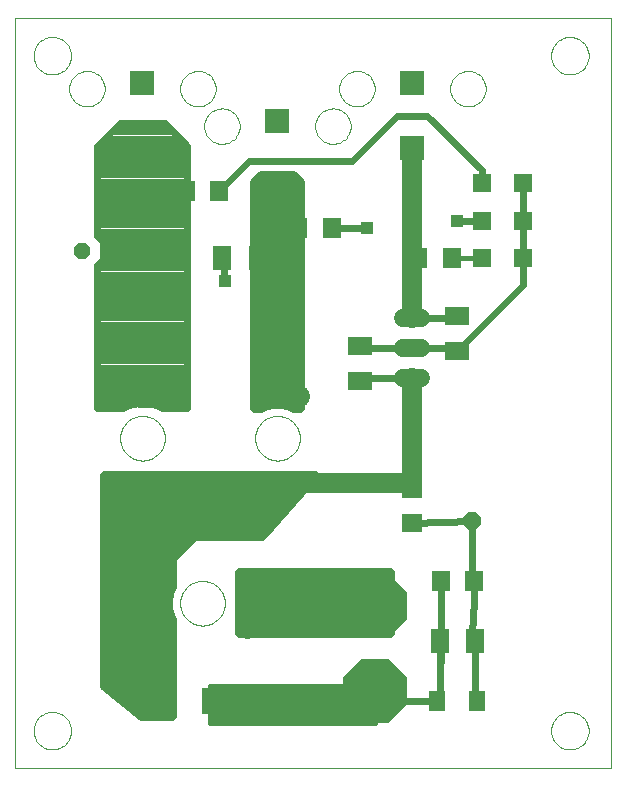
<source format=gtl>
G75*
%MOIN*%
%OFA0B0*%
%FSLAX24Y24*%
%IPPOS*%
%LPD*%
%AMOC8*
5,1,8,0,0,1.08239X$1,22.5*
%
%ADD10C,0.0000*%
%ADD11R,0.0591X0.0591*%
%ADD12R,0.0827X0.0827*%
%ADD13OC8,0.0594*%
%ADD14R,0.0630X0.0710*%
%ADD15R,0.0710X0.0630*%
%ADD16R,0.0787X0.0591*%
%ADD17R,0.0591X0.0787*%
%ADD18R,0.0701X0.0850*%
%ADD19R,0.0551X0.0709*%
%ADD20OC8,0.0520*%
%ADD21C,0.0520*%
%ADD22C,0.0600*%
%ADD23C,0.0768*%
%ADD24OC8,0.2150*%
%ADD25C,0.0320*%
%ADD26C,0.0660*%
%ADD27C,0.0240*%
%ADD28C,0.0160*%
%ADD29R,0.0396X0.0396*%
D10*
X000100Y000100D02*
X000100Y025096D01*
X019970Y025096D01*
X019970Y000100D01*
X000100Y000100D01*
X000725Y001350D02*
X000727Y001400D01*
X000733Y001449D01*
X000743Y001498D01*
X000756Y001545D01*
X000774Y001592D01*
X000795Y001637D01*
X000819Y001680D01*
X000847Y001721D01*
X000878Y001760D01*
X000912Y001796D01*
X000949Y001830D01*
X000989Y001860D01*
X001030Y001887D01*
X001074Y001911D01*
X001119Y001931D01*
X001166Y001947D01*
X001214Y001960D01*
X001263Y001969D01*
X001313Y001974D01*
X001362Y001975D01*
X001412Y001972D01*
X001461Y001965D01*
X001510Y001954D01*
X001557Y001940D01*
X001603Y001921D01*
X001648Y001899D01*
X001691Y001874D01*
X001731Y001845D01*
X001769Y001813D01*
X001805Y001779D01*
X001838Y001741D01*
X001867Y001701D01*
X001893Y001659D01*
X001916Y001615D01*
X001935Y001569D01*
X001951Y001522D01*
X001963Y001473D01*
X001971Y001424D01*
X001975Y001375D01*
X001975Y001325D01*
X001971Y001276D01*
X001963Y001227D01*
X001951Y001178D01*
X001935Y001131D01*
X001916Y001085D01*
X001893Y001041D01*
X001867Y000999D01*
X001838Y000959D01*
X001805Y000921D01*
X001769Y000887D01*
X001731Y000855D01*
X001691Y000826D01*
X001648Y000801D01*
X001603Y000779D01*
X001557Y000760D01*
X001510Y000746D01*
X001461Y000735D01*
X001412Y000728D01*
X001362Y000725D01*
X001313Y000726D01*
X001263Y000731D01*
X001214Y000740D01*
X001166Y000753D01*
X001119Y000769D01*
X001074Y000789D01*
X001030Y000813D01*
X000989Y000840D01*
X000949Y000870D01*
X000912Y000904D01*
X000878Y000940D01*
X000847Y000979D01*
X000819Y001020D01*
X000795Y001063D01*
X000774Y001108D01*
X000756Y001155D01*
X000743Y001202D01*
X000733Y001251D01*
X000727Y001300D01*
X000725Y001350D01*
X005605Y005600D02*
X005607Y005654D01*
X005613Y005708D01*
X005623Y005762D01*
X005637Y005815D01*
X005654Y005866D01*
X005675Y005916D01*
X005700Y005965D01*
X005729Y006011D01*
X005760Y006055D01*
X005795Y006097D01*
X005833Y006136D01*
X005873Y006173D01*
X005917Y006206D01*
X005962Y006236D01*
X006009Y006263D01*
X006059Y006286D01*
X006109Y006305D01*
X006162Y006321D01*
X006215Y006333D01*
X006269Y006341D01*
X006323Y006345D01*
X006377Y006345D01*
X006431Y006341D01*
X006485Y006333D01*
X006538Y006321D01*
X006591Y006305D01*
X006641Y006286D01*
X006691Y006263D01*
X006738Y006236D01*
X006783Y006206D01*
X006827Y006173D01*
X006867Y006136D01*
X006905Y006097D01*
X006940Y006055D01*
X006971Y006011D01*
X007000Y005965D01*
X007025Y005916D01*
X007046Y005866D01*
X007063Y005815D01*
X007077Y005762D01*
X007087Y005708D01*
X007093Y005654D01*
X007095Y005600D01*
X007093Y005546D01*
X007087Y005492D01*
X007077Y005438D01*
X007063Y005385D01*
X007046Y005334D01*
X007025Y005284D01*
X007000Y005235D01*
X006971Y005189D01*
X006940Y005145D01*
X006905Y005103D01*
X006867Y005064D01*
X006827Y005027D01*
X006783Y004994D01*
X006738Y004964D01*
X006691Y004937D01*
X006641Y004914D01*
X006591Y004895D01*
X006538Y004879D01*
X006485Y004867D01*
X006431Y004859D01*
X006377Y004855D01*
X006323Y004855D01*
X006269Y004859D01*
X006215Y004867D01*
X006162Y004879D01*
X006109Y004895D01*
X006059Y004914D01*
X006009Y004937D01*
X005962Y004964D01*
X005917Y004994D01*
X005873Y005027D01*
X005833Y005064D01*
X005795Y005103D01*
X005760Y005145D01*
X005729Y005189D01*
X005700Y005235D01*
X005675Y005284D01*
X005654Y005334D01*
X005637Y005385D01*
X005623Y005438D01*
X005613Y005492D01*
X005607Y005546D01*
X005605Y005600D01*
X003605Y011100D02*
X003607Y011154D01*
X003613Y011208D01*
X003623Y011262D01*
X003637Y011315D01*
X003654Y011366D01*
X003675Y011416D01*
X003700Y011465D01*
X003729Y011511D01*
X003760Y011555D01*
X003795Y011597D01*
X003833Y011636D01*
X003873Y011673D01*
X003917Y011706D01*
X003962Y011736D01*
X004009Y011763D01*
X004059Y011786D01*
X004109Y011805D01*
X004162Y011821D01*
X004215Y011833D01*
X004269Y011841D01*
X004323Y011845D01*
X004377Y011845D01*
X004431Y011841D01*
X004485Y011833D01*
X004538Y011821D01*
X004591Y011805D01*
X004641Y011786D01*
X004691Y011763D01*
X004738Y011736D01*
X004783Y011706D01*
X004827Y011673D01*
X004867Y011636D01*
X004905Y011597D01*
X004940Y011555D01*
X004971Y011511D01*
X005000Y011465D01*
X005025Y011416D01*
X005046Y011366D01*
X005063Y011315D01*
X005077Y011262D01*
X005087Y011208D01*
X005093Y011154D01*
X005095Y011100D01*
X005093Y011046D01*
X005087Y010992D01*
X005077Y010938D01*
X005063Y010885D01*
X005046Y010834D01*
X005025Y010784D01*
X005000Y010735D01*
X004971Y010689D01*
X004940Y010645D01*
X004905Y010603D01*
X004867Y010564D01*
X004827Y010527D01*
X004783Y010494D01*
X004738Y010464D01*
X004691Y010437D01*
X004641Y010414D01*
X004591Y010395D01*
X004538Y010379D01*
X004485Y010367D01*
X004431Y010359D01*
X004377Y010355D01*
X004323Y010355D01*
X004269Y010359D01*
X004215Y010367D01*
X004162Y010379D01*
X004109Y010395D01*
X004059Y010414D01*
X004009Y010437D01*
X003962Y010464D01*
X003917Y010494D01*
X003873Y010527D01*
X003833Y010564D01*
X003795Y010603D01*
X003760Y010645D01*
X003729Y010689D01*
X003700Y010735D01*
X003675Y010784D01*
X003654Y010834D01*
X003637Y010885D01*
X003623Y010938D01*
X003613Y010992D01*
X003607Y011046D01*
X003605Y011100D01*
X008105Y011100D02*
X008107Y011154D01*
X008113Y011208D01*
X008123Y011262D01*
X008137Y011315D01*
X008154Y011366D01*
X008175Y011416D01*
X008200Y011465D01*
X008229Y011511D01*
X008260Y011555D01*
X008295Y011597D01*
X008333Y011636D01*
X008373Y011673D01*
X008417Y011706D01*
X008462Y011736D01*
X008509Y011763D01*
X008559Y011786D01*
X008609Y011805D01*
X008662Y011821D01*
X008715Y011833D01*
X008769Y011841D01*
X008823Y011845D01*
X008877Y011845D01*
X008931Y011841D01*
X008985Y011833D01*
X009038Y011821D01*
X009091Y011805D01*
X009141Y011786D01*
X009191Y011763D01*
X009238Y011736D01*
X009283Y011706D01*
X009327Y011673D01*
X009367Y011636D01*
X009405Y011597D01*
X009440Y011555D01*
X009471Y011511D01*
X009500Y011465D01*
X009525Y011416D01*
X009546Y011366D01*
X009563Y011315D01*
X009577Y011262D01*
X009587Y011208D01*
X009593Y011154D01*
X009595Y011100D01*
X009593Y011046D01*
X009587Y010992D01*
X009577Y010938D01*
X009563Y010885D01*
X009546Y010834D01*
X009525Y010784D01*
X009500Y010735D01*
X009471Y010689D01*
X009440Y010645D01*
X009405Y010603D01*
X009367Y010564D01*
X009327Y010527D01*
X009283Y010494D01*
X009238Y010464D01*
X009191Y010437D01*
X009141Y010414D01*
X009091Y010395D01*
X009038Y010379D01*
X008985Y010367D01*
X008931Y010359D01*
X008877Y010355D01*
X008823Y010355D01*
X008769Y010359D01*
X008715Y010367D01*
X008662Y010379D01*
X008609Y010395D01*
X008559Y010414D01*
X008509Y010437D01*
X008462Y010464D01*
X008417Y010494D01*
X008373Y010527D01*
X008333Y010564D01*
X008295Y010603D01*
X008260Y010645D01*
X008229Y010689D01*
X008200Y010735D01*
X008175Y010784D01*
X008154Y010834D01*
X008137Y010885D01*
X008123Y010938D01*
X008113Y010992D01*
X008107Y011046D01*
X008105Y011100D01*
X006409Y021502D02*
X006411Y021550D01*
X006417Y021598D01*
X006427Y021645D01*
X006440Y021691D01*
X006458Y021736D01*
X006478Y021780D01*
X006503Y021822D01*
X006531Y021861D01*
X006561Y021898D01*
X006595Y021932D01*
X006632Y021964D01*
X006670Y021993D01*
X006711Y022018D01*
X006754Y022040D01*
X006799Y022058D01*
X006845Y022072D01*
X006892Y022083D01*
X006940Y022090D01*
X006988Y022093D01*
X007036Y022092D01*
X007084Y022087D01*
X007132Y022078D01*
X007178Y022066D01*
X007223Y022049D01*
X007267Y022029D01*
X007309Y022006D01*
X007349Y021979D01*
X007387Y021949D01*
X007422Y021916D01*
X007454Y021880D01*
X007484Y021842D01*
X007510Y021801D01*
X007532Y021758D01*
X007552Y021714D01*
X007567Y021669D01*
X007579Y021622D01*
X007587Y021574D01*
X007591Y021526D01*
X007591Y021478D01*
X007587Y021430D01*
X007579Y021382D01*
X007567Y021335D01*
X007552Y021290D01*
X007532Y021246D01*
X007510Y021203D01*
X007484Y021162D01*
X007454Y021124D01*
X007422Y021088D01*
X007387Y021055D01*
X007349Y021025D01*
X007309Y020998D01*
X007267Y020975D01*
X007223Y020955D01*
X007178Y020938D01*
X007132Y020926D01*
X007084Y020917D01*
X007036Y020912D01*
X006988Y020911D01*
X006940Y020914D01*
X006892Y020921D01*
X006845Y020932D01*
X006799Y020946D01*
X006754Y020964D01*
X006711Y020986D01*
X006670Y021011D01*
X006632Y021040D01*
X006595Y021072D01*
X006561Y021106D01*
X006531Y021143D01*
X006503Y021182D01*
X006478Y021224D01*
X006458Y021268D01*
X006440Y021313D01*
X006427Y021359D01*
X006417Y021406D01*
X006411Y021454D01*
X006409Y021502D01*
X005609Y022752D02*
X005611Y022800D01*
X005617Y022848D01*
X005627Y022895D01*
X005640Y022941D01*
X005658Y022986D01*
X005678Y023030D01*
X005703Y023072D01*
X005731Y023111D01*
X005761Y023148D01*
X005795Y023182D01*
X005832Y023214D01*
X005870Y023243D01*
X005911Y023268D01*
X005954Y023290D01*
X005999Y023308D01*
X006045Y023322D01*
X006092Y023333D01*
X006140Y023340D01*
X006188Y023343D01*
X006236Y023342D01*
X006284Y023337D01*
X006332Y023328D01*
X006378Y023316D01*
X006423Y023299D01*
X006467Y023279D01*
X006509Y023256D01*
X006549Y023229D01*
X006587Y023199D01*
X006622Y023166D01*
X006654Y023130D01*
X006684Y023092D01*
X006710Y023051D01*
X006732Y023008D01*
X006752Y022964D01*
X006767Y022919D01*
X006779Y022872D01*
X006787Y022824D01*
X006791Y022776D01*
X006791Y022728D01*
X006787Y022680D01*
X006779Y022632D01*
X006767Y022585D01*
X006752Y022540D01*
X006732Y022496D01*
X006710Y022453D01*
X006684Y022412D01*
X006654Y022374D01*
X006622Y022338D01*
X006587Y022305D01*
X006549Y022275D01*
X006509Y022248D01*
X006467Y022225D01*
X006423Y022205D01*
X006378Y022188D01*
X006332Y022176D01*
X006284Y022167D01*
X006236Y022162D01*
X006188Y022161D01*
X006140Y022164D01*
X006092Y022171D01*
X006045Y022182D01*
X005999Y022196D01*
X005954Y022214D01*
X005911Y022236D01*
X005870Y022261D01*
X005832Y022290D01*
X005795Y022322D01*
X005761Y022356D01*
X005731Y022393D01*
X005703Y022432D01*
X005678Y022474D01*
X005658Y022518D01*
X005640Y022563D01*
X005627Y022609D01*
X005617Y022656D01*
X005611Y022704D01*
X005609Y022752D01*
X001909Y022752D02*
X001911Y022800D01*
X001917Y022848D01*
X001927Y022895D01*
X001940Y022941D01*
X001958Y022986D01*
X001978Y023030D01*
X002003Y023072D01*
X002031Y023111D01*
X002061Y023148D01*
X002095Y023182D01*
X002132Y023214D01*
X002170Y023243D01*
X002211Y023268D01*
X002254Y023290D01*
X002299Y023308D01*
X002345Y023322D01*
X002392Y023333D01*
X002440Y023340D01*
X002488Y023343D01*
X002536Y023342D01*
X002584Y023337D01*
X002632Y023328D01*
X002678Y023316D01*
X002723Y023299D01*
X002767Y023279D01*
X002809Y023256D01*
X002849Y023229D01*
X002887Y023199D01*
X002922Y023166D01*
X002954Y023130D01*
X002984Y023092D01*
X003010Y023051D01*
X003032Y023008D01*
X003052Y022964D01*
X003067Y022919D01*
X003079Y022872D01*
X003087Y022824D01*
X003091Y022776D01*
X003091Y022728D01*
X003087Y022680D01*
X003079Y022632D01*
X003067Y022585D01*
X003052Y022540D01*
X003032Y022496D01*
X003010Y022453D01*
X002984Y022412D01*
X002954Y022374D01*
X002922Y022338D01*
X002887Y022305D01*
X002849Y022275D01*
X002809Y022248D01*
X002767Y022225D01*
X002723Y022205D01*
X002678Y022188D01*
X002632Y022176D01*
X002584Y022167D01*
X002536Y022162D01*
X002488Y022161D01*
X002440Y022164D01*
X002392Y022171D01*
X002345Y022182D01*
X002299Y022196D01*
X002254Y022214D01*
X002211Y022236D01*
X002170Y022261D01*
X002132Y022290D01*
X002095Y022322D01*
X002061Y022356D01*
X002031Y022393D01*
X002003Y022432D01*
X001978Y022474D01*
X001958Y022518D01*
X001940Y022563D01*
X001927Y022609D01*
X001917Y022656D01*
X001911Y022704D01*
X001909Y022752D01*
X000725Y023850D02*
X000727Y023900D01*
X000733Y023949D01*
X000743Y023998D01*
X000756Y024045D01*
X000774Y024092D01*
X000795Y024137D01*
X000819Y024180D01*
X000847Y024221D01*
X000878Y024260D01*
X000912Y024296D01*
X000949Y024330D01*
X000989Y024360D01*
X001030Y024387D01*
X001074Y024411D01*
X001119Y024431D01*
X001166Y024447D01*
X001214Y024460D01*
X001263Y024469D01*
X001313Y024474D01*
X001362Y024475D01*
X001412Y024472D01*
X001461Y024465D01*
X001510Y024454D01*
X001557Y024440D01*
X001603Y024421D01*
X001648Y024399D01*
X001691Y024374D01*
X001731Y024345D01*
X001769Y024313D01*
X001805Y024279D01*
X001838Y024241D01*
X001867Y024201D01*
X001893Y024159D01*
X001916Y024115D01*
X001935Y024069D01*
X001951Y024022D01*
X001963Y023973D01*
X001971Y023924D01*
X001975Y023875D01*
X001975Y023825D01*
X001971Y023776D01*
X001963Y023727D01*
X001951Y023678D01*
X001935Y023631D01*
X001916Y023585D01*
X001893Y023541D01*
X001867Y023499D01*
X001838Y023459D01*
X001805Y023421D01*
X001769Y023387D01*
X001731Y023355D01*
X001691Y023326D01*
X001648Y023301D01*
X001603Y023279D01*
X001557Y023260D01*
X001510Y023246D01*
X001461Y023235D01*
X001412Y023228D01*
X001362Y023225D01*
X001313Y023226D01*
X001263Y023231D01*
X001214Y023240D01*
X001166Y023253D01*
X001119Y023269D01*
X001074Y023289D01*
X001030Y023313D01*
X000989Y023340D01*
X000949Y023370D01*
X000912Y023404D01*
X000878Y023440D01*
X000847Y023479D01*
X000819Y023520D01*
X000795Y023563D01*
X000774Y023608D01*
X000756Y023655D01*
X000743Y023702D01*
X000733Y023751D01*
X000727Y023800D01*
X000725Y023850D01*
X010109Y021502D02*
X010111Y021550D01*
X010117Y021598D01*
X010127Y021645D01*
X010140Y021691D01*
X010158Y021736D01*
X010178Y021780D01*
X010203Y021822D01*
X010231Y021861D01*
X010261Y021898D01*
X010295Y021932D01*
X010332Y021964D01*
X010370Y021993D01*
X010411Y022018D01*
X010454Y022040D01*
X010499Y022058D01*
X010545Y022072D01*
X010592Y022083D01*
X010640Y022090D01*
X010688Y022093D01*
X010736Y022092D01*
X010784Y022087D01*
X010832Y022078D01*
X010878Y022066D01*
X010923Y022049D01*
X010967Y022029D01*
X011009Y022006D01*
X011049Y021979D01*
X011087Y021949D01*
X011122Y021916D01*
X011154Y021880D01*
X011184Y021842D01*
X011210Y021801D01*
X011232Y021758D01*
X011252Y021714D01*
X011267Y021669D01*
X011279Y021622D01*
X011287Y021574D01*
X011291Y021526D01*
X011291Y021478D01*
X011287Y021430D01*
X011279Y021382D01*
X011267Y021335D01*
X011252Y021290D01*
X011232Y021246D01*
X011210Y021203D01*
X011184Y021162D01*
X011154Y021124D01*
X011122Y021088D01*
X011087Y021055D01*
X011049Y021025D01*
X011009Y020998D01*
X010967Y020975D01*
X010923Y020955D01*
X010878Y020938D01*
X010832Y020926D01*
X010784Y020917D01*
X010736Y020912D01*
X010688Y020911D01*
X010640Y020914D01*
X010592Y020921D01*
X010545Y020932D01*
X010499Y020946D01*
X010454Y020964D01*
X010411Y020986D01*
X010370Y021011D01*
X010332Y021040D01*
X010295Y021072D01*
X010261Y021106D01*
X010231Y021143D01*
X010203Y021182D01*
X010178Y021224D01*
X010158Y021268D01*
X010140Y021313D01*
X010127Y021359D01*
X010117Y021406D01*
X010111Y021454D01*
X010109Y021502D01*
X010909Y022752D02*
X010911Y022800D01*
X010917Y022848D01*
X010927Y022895D01*
X010940Y022941D01*
X010958Y022986D01*
X010978Y023030D01*
X011003Y023072D01*
X011031Y023111D01*
X011061Y023148D01*
X011095Y023182D01*
X011132Y023214D01*
X011170Y023243D01*
X011211Y023268D01*
X011254Y023290D01*
X011299Y023308D01*
X011345Y023322D01*
X011392Y023333D01*
X011440Y023340D01*
X011488Y023343D01*
X011536Y023342D01*
X011584Y023337D01*
X011632Y023328D01*
X011678Y023316D01*
X011723Y023299D01*
X011767Y023279D01*
X011809Y023256D01*
X011849Y023229D01*
X011887Y023199D01*
X011922Y023166D01*
X011954Y023130D01*
X011984Y023092D01*
X012010Y023051D01*
X012032Y023008D01*
X012052Y022964D01*
X012067Y022919D01*
X012079Y022872D01*
X012087Y022824D01*
X012091Y022776D01*
X012091Y022728D01*
X012087Y022680D01*
X012079Y022632D01*
X012067Y022585D01*
X012052Y022540D01*
X012032Y022496D01*
X012010Y022453D01*
X011984Y022412D01*
X011954Y022374D01*
X011922Y022338D01*
X011887Y022305D01*
X011849Y022275D01*
X011809Y022248D01*
X011767Y022225D01*
X011723Y022205D01*
X011678Y022188D01*
X011632Y022176D01*
X011584Y022167D01*
X011536Y022162D01*
X011488Y022161D01*
X011440Y022164D01*
X011392Y022171D01*
X011345Y022182D01*
X011299Y022196D01*
X011254Y022214D01*
X011211Y022236D01*
X011170Y022261D01*
X011132Y022290D01*
X011095Y022322D01*
X011061Y022356D01*
X011031Y022393D01*
X011003Y022432D01*
X010978Y022474D01*
X010958Y022518D01*
X010940Y022563D01*
X010927Y022609D01*
X010917Y022656D01*
X010911Y022704D01*
X010909Y022752D01*
X014609Y022752D02*
X014611Y022800D01*
X014617Y022848D01*
X014627Y022895D01*
X014640Y022941D01*
X014658Y022986D01*
X014678Y023030D01*
X014703Y023072D01*
X014731Y023111D01*
X014761Y023148D01*
X014795Y023182D01*
X014832Y023214D01*
X014870Y023243D01*
X014911Y023268D01*
X014954Y023290D01*
X014999Y023308D01*
X015045Y023322D01*
X015092Y023333D01*
X015140Y023340D01*
X015188Y023343D01*
X015236Y023342D01*
X015284Y023337D01*
X015332Y023328D01*
X015378Y023316D01*
X015423Y023299D01*
X015467Y023279D01*
X015509Y023256D01*
X015549Y023229D01*
X015587Y023199D01*
X015622Y023166D01*
X015654Y023130D01*
X015684Y023092D01*
X015710Y023051D01*
X015732Y023008D01*
X015752Y022964D01*
X015767Y022919D01*
X015779Y022872D01*
X015787Y022824D01*
X015791Y022776D01*
X015791Y022728D01*
X015787Y022680D01*
X015779Y022632D01*
X015767Y022585D01*
X015752Y022540D01*
X015732Y022496D01*
X015710Y022453D01*
X015684Y022412D01*
X015654Y022374D01*
X015622Y022338D01*
X015587Y022305D01*
X015549Y022275D01*
X015509Y022248D01*
X015467Y022225D01*
X015423Y022205D01*
X015378Y022188D01*
X015332Y022176D01*
X015284Y022167D01*
X015236Y022162D01*
X015188Y022161D01*
X015140Y022164D01*
X015092Y022171D01*
X015045Y022182D01*
X014999Y022196D01*
X014954Y022214D01*
X014911Y022236D01*
X014870Y022261D01*
X014832Y022290D01*
X014795Y022322D01*
X014761Y022356D01*
X014731Y022393D01*
X014703Y022432D01*
X014678Y022474D01*
X014658Y022518D01*
X014640Y022563D01*
X014627Y022609D01*
X014617Y022656D01*
X014611Y022704D01*
X014609Y022752D01*
X017975Y023850D02*
X017977Y023900D01*
X017983Y023949D01*
X017993Y023998D01*
X018006Y024045D01*
X018024Y024092D01*
X018045Y024137D01*
X018069Y024180D01*
X018097Y024221D01*
X018128Y024260D01*
X018162Y024296D01*
X018199Y024330D01*
X018239Y024360D01*
X018280Y024387D01*
X018324Y024411D01*
X018369Y024431D01*
X018416Y024447D01*
X018464Y024460D01*
X018513Y024469D01*
X018563Y024474D01*
X018612Y024475D01*
X018662Y024472D01*
X018711Y024465D01*
X018760Y024454D01*
X018807Y024440D01*
X018853Y024421D01*
X018898Y024399D01*
X018941Y024374D01*
X018981Y024345D01*
X019019Y024313D01*
X019055Y024279D01*
X019088Y024241D01*
X019117Y024201D01*
X019143Y024159D01*
X019166Y024115D01*
X019185Y024069D01*
X019201Y024022D01*
X019213Y023973D01*
X019221Y023924D01*
X019225Y023875D01*
X019225Y023825D01*
X019221Y023776D01*
X019213Y023727D01*
X019201Y023678D01*
X019185Y023631D01*
X019166Y023585D01*
X019143Y023541D01*
X019117Y023499D01*
X019088Y023459D01*
X019055Y023421D01*
X019019Y023387D01*
X018981Y023355D01*
X018941Y023326D01*
X018898Y023301D01*
X018853Y023279D01*
X018807Y023260D01*
X018760Y023246D01*
X018711Y023235D01*
X018662Y023228D01*
X018612Y023225D01*
X018563Y023226D01*
X018513Y023231D01*
X018464Y023240D01*
X018416Y023253D01*
X018369Y023269D01*
X018324Y023289D01*
X018280Y023313D01*
X018239Y023340D01*
X018199Y023370D01*
X018162Y023404D01*
X018128Y023440D01*
X018097Y023479D01*
X018069Y023520D01*
X018045Y023563D01*
X018024Y023608D01*
X018006Y023655D01*
X017993Y023702D01*
X017983Y023751D01*
X017977Y023800D01*
X017975Y023850D01*
X017975Y001350D02*
X017977Y001400D01*
X017983Y001449D01*
X017993Y001498D01*
X018006Y001545D01*
X018024Y001592D01*
X018045Y001637D01*
X018069Y001680D01*
X018097Y001721D01*
X018128Y001760D01*
X018162Y001796D01*
X018199Y001830D01*
X018239Y001860D01*
X018280Y001887D01*
X018324Y001911D01*
X018369Y001931D01*
X018416Y001947D01*
X018464Y001960D01*
X018513Y001969D01*
X018563Y001974D01*
X018612Y001975D01*
X018662Y001972D01*
X018711Y001965D01*
X018760Y001954D01*
X018807Y001940D01*
X018853Y001921D01*
X018898Y001899D01*
X018941Y001874D01*
X018981Y001845D01*
X019019Y001813D01*
X019055Y001779D01*
X019088Y001741D01*
X019117Y001701D01*
X019143Y001659D01*
X019166Y001615D01*
X019185Y001569D01*
X019201Y001522D01*
X019213Y001473D01*
X019221Y001424D01*
X019225Y001375D01*
X019225Y001325D01*
X019221Y001276D01*
X019213Y001227D01*
X019201Y001178D01*
X019185Y001131D01*
X019166Y001085D01*
X019143Y001041D01*
X019117Y000999D01*
X019088Y000959D01*
X019055Y000921D01*
X019019Y000887D01*
X018981Y000855D01*
X018941Y000826D01*
X018898Y000801D01*
X018853Y000779D01*
X018807Y000760D01*
X018760Y000746D01*
X018711Y000735D01*
X018662Y000728D01*
X018612Y000725D01*
X018563Y000726D01*
X018513Y000731D01*
X018464Y000740D01*
X018416Y000753D01*
X018369Y000769D01*
X018324Y000789D01*
X018280Y000813D01*
X018239Y000840D01*
X018199Y000870D01*
X018162Y000904D01*
X018128Y000940D01*
X018097Y000979D01*
X018069Y001020D01*
X018045Y001063D01*
X018024Y001108D01*
X018006Y001155D01*
X017993Y001202D01*
X017983Y001251D01*
X017977Y001300D01*
X017975Y001350D01*
D11*
X017039Y017100D03*
X017039Y018350D03*
X017039Y019600D03*
X015661Y019600D03*
X015661Y018350D03*
X015661Y017100D03*
D12*
X013350Y020767D03*
X013350Y022933D03*
X008850Y021683D03*
X008850Y019517D03*
X004350Y020767D03*
X004350Y022933D03*
D13*
X015350Y008350D03*
D14*
X015410Y006350D03*
X014290Y006350D03*
X014660Y017100D03*
X013540Y017100D03*
X010660Y018100D03*
X009540Y018100D03*
X006910Y019350D03*
X005790Y019350D03*
D15*
X013350Y009410D03*
X013350Y008290D03*
D16*
X011600Y013009D03*
X011600Y014191D03*
X014850Y014009D03*
X014850Y015191D03*
D17*
X008191Y017100D03*
X007009Y017100D03*
X014259Y004350D03*
X015441Y004350D03*
D18*
X006653Y002350D03*
X005051Y002350D03*
D19*
X014181Y002350D03*
X015519Y002350D03*
D20*
X002350Y017350D03*
D21*
X004350Y017350D03*
D22*
X013050Y015100D02*
X013650Y015100D01*
X013650Y014100D02*
X013050Y014100D01*
X013050Y013100D02*
X013650Y013100D01*
D23*
X009550Y012500D02*
X008782Y012500D01*
X008818Y009600D02*
X008050Y009600D01*
X005050Y012500D02*
X004282Y012500D01*
X004318Y009600D02*
X003550Y009600D01*
X004950Y006300D02*
X004950Y005532D01*
X007850Y005568D02*
X007850Y004800D01*
D24*
X012100Y005517D03*
X012100Y002683D03*
D25*
X012600Y004600D02*
X007600Y004600D01*
X007600Y006600D01*
X012600Y006600D01*
X012600Y004600D01*
X012600Y004878D02*
X007600Y004878D01*
X007600Y005196D02*
X012600Y005196D01*
X012600Y005515D02*
X007600Y005515D01*
X007600Y005833D02*
X012600Y005833D01*
X012600Y006152D02*
X007600Y006152D01*
X007600Y006470D02*
X012600Y006470D01*
X009929Y009655D02*
X003100Y009655D01*
X003100Y009850D02*
X010100Y009850D01*
X008350Y007850D01*
X006100Y007850D01*
X005350Y007100D01*
X005350Y006158D01*
X005283Y006042D01*
X005205Y005751D01*
X005205Y005449D01*
X005283Y005158D01*
X005350Y005042D01*
X005350Y001850D01*
X004350Y001850D01*
X003100Y002850D01*
X003100Y009850D01*
X003100Y009337D02*
X009651Y009337D01*
X009372Y009018D02*
X003100Y009018D01*
X003100Y008700D02*
X009093Y008700D01*
X008815Y008381D02*
X003100Y008381D01*
X003100Y008063D02*
X008536Y008063D01*
X005994Y007744D02*
X003100Y007744D01*
X003100Y007426D02*
X005676Y007426D01*
X005357Y007107D02*
X003100Y007107D01*
X003100Y006789D02*
X005350Y006789D01*
X005350Y006470D02*
X003100Y006470D01*
X003100Y006152D02*
X005346Y006152D01*
X005227Y005833D02*
X003100Y005833D01*
X003100Y005515D02*
X005205Y005515D01*
X005273Y005196D02*
X003100Y005196D01*
X003100Y004878D02*
X005350Y004878D01*
X005350Y004559D02*
X003100Y004559D01*
X003100Y004241D02*
X005350Y004241D01*
X005350Y003922D02*
X003100Y003922D01*
X003100Y003604D02*
X005350Y003604D01*
X005350Y003285D02*
X003100Y003285D01*
X003100Y002967D02*
X005350Y002967D01*
X005350Y002648D02*
X003352Y002648D01*
X003751Y002330D02*
X005350Y002330D01*
X005350Y002011D02*
X004149Y002011D01*
X008100Y012100D02*
X008100Y019600D01*
X008330Y019830D01*
X009370Y019830D01*
X009600Y019600D01*
X009600Y012100D01*
X009408Y012100D01*
X009292Y012167D01*
X009001Y012245D01*
X008699Y012245D01*
X008408Y012167D01*
X008292Y012100D01*
X008100Y012100D01*
X008100Y012203D02*
X008543Y012203D01*
X008100Y012522D02*
X009600Y012522D01*
X009600Y012840D02*
X008100Y012840D01*
X008100Y013159D02*
X009600Y013159D01*
X009600Y013477D02*
X008100Y013477D01*
X008100Y013796D02*
X009600Y013796D01*
X009600Y014114D02*
X008100Y014114D01*
X008100Y014433D02*
X009600Y014433D01*
X009600Y014751D02*
X008100Y014751D01*
X008100Y015070D02*
X009600Y015070D01*
X009600Y015388D02*
X008100Y015388D01*
X008100Y015707D02*
X009600Y015707D01*
X009600Y016025D02*
X008100Y016025D01*
X008100Y016344D02*
X009600Y016344D01*
X009600Y016662D02*
X008100Y016662D01*
X008100Y016981D02*
X009600Y016981D01*
X009600Y017299D02*
X008100Y017299D01*
X008100Y017618D02*
X009600Y017618D01*
X009600Y017936D02*
X008100Y017936D01*
X008100Y018255D02*
X009600Y018255D01*
X009600Y018573D02*
X008100Y018573D01*
X008100Y018892D02*
X009600Y018892D01*
X009600Y019210D02*
X008100Y019210D01*
X008100Y019529D02*
X009600Y019529D01*
X009600Y012203D02*
X009157Y012203D01*
D26*
X008050Y009600D02*
X013350Y009600D01*
X013350Y013100D01*
X013350Y015100D02*
X013350Y017100D01*
X013350Y020767D01*
D27*
X012850Y021850D02*
X013850Y021850D01*
X015661Y020039D01*
X015661Y019600D01*
X015661Y018350D02*
X014850Y018350D01*
X013540Y017100D02*
X013350Y017100D01*
X014850Y015191D02*
X014759Y015100D01*
X013350Y015100D01*
X013350Y014100D02*
X011941Y014100D01*
X011600Y014191D01*
X011941Y013100D02*
X011600Y013009D01*
X011941Y013100D02*
X013350Y013100D01*
X013350Y014100D02*
X014850Y014100D01*
X014850Y014009D01*
X017039Y016198D01*
X017039Y017100D01*
X017039Y018350D01*
X017039Y019600D01*
X012850Y021850D02*
X011350Y020350D01*
X007910Y020350D01*
X006910Y019350D01*
X005850Y019419D02*
X002850Y019419D01*
X002850Y019657D02*
X005850Y019657D01*
X005850Y019896D02*
X002850Y019896D01*
X002850Y020134D02*
X005850Y020134D01*
X005850Y020373D02*
X002850Y020373D01*
X002850Y020611D02*
X005850Y020611D01*
X005850Y020850D02*
X002850Y020850D01*
X003600Y021600D01*
X005100Y021600D01*
X005850Y020850D01*
X005850Y012100D01*
X004988Y012100D01*
X004807Y012204D01*
X004506Y012285D01*
X004194Y012285D01*
X003893Y012204D01*
X003712Y012100D01*
X002850Y012100D01*
X002850Y016860D01*
X003050Y017060D01*
X003050Y017640D01*
X002850Y017840D01*
X002850Y020850D01*
X003088Y021088D02*
X005612Y021088D01*
X005373Y021327D02*
X003327Y021327D01*
X003565Y021565D02*
X005135Y021565D01*
X005850Y019180D02*
X002850Y019180D01*
X002850Y018942D02*
X005850Y018942D01*
X005850Y018703D02*
X002850Y018703D01*
X002850Y018465D02*
X005850Y018465D01*
X005850Y018226D02*
X002850Y018226D01*
X002850Y017988D02*
X005850Y017988D01*
X005850Y017749D02*
X002941Y017749D01*
X003050Y017511D02*
X005850Y017511D01*
X005850Y017272D02*
X003050Y017272D01*
X003023Y017034D02*
X005850Y017034D01*
X005850Y016795D02*
X002850Y016795D01*
X002850Y016557D02*
X005850Y016557D01*
X005850Y016318D02*
X002850Y016318D01*
X002850Y016080D02*
X005850Y016080D01*
X005850Y015841D02*
X002850Y015841D01*
X002850Y015603D02*
X005850Y015603D01*
X005850Y015364D02*
X002850Y015364D01*
X002850Y015126D02*
X005850Y015126D01*
X005850Y014887D02*
X002850Y014887D01*
X002850Y014649D02*
X005850Y014649D01*
X005850Y014410D02*
X002850Y014410D01*
X002850Y014172D02*
X005850Y014172D01*
X005850Y013933D02*
X002850Y013933D01*
X002850Y013695D02*
X005850Y013695D01*
X005850Y013456D02*
X002850Y013456D01*
X002850Y013218D02*
X005850Y013218D01*
X005850Y012979D02*
X002850Y012979D01*
X002850Y012741D02*
X005850Y012741D01*
X005850Y012502D02*
X002850Y012502D01*
X002850Y012264D02*
X004114Y012264D01*
X004586Y012264D02*
X005850Y012264D01*
X007100Y016350D02*
X007009Y017100D01*
X010660Y018100D02*
X011850Y018100D01*
X013350Y008290D02*
X015350Y008350D01*
X015350Y006410D01*
X015410Y006350D01*
X015410Y005660D01*
X015350Y004600D01*
X015350Y004259D01*
X015441Y004350D01*
X015441Y002429D01*
X015519Y002350D01*
X014259Y002429D02*
X014181Y002350D01*
X012183Y002350D01*
X012100Y002683D01*
X014259Y002429D02*
X014259Y004350D01*
X014290Y003631D01*
X014290Y006350D01*
D28*
X012100Y002850D02*
X006600Y002850D01*
X006600Y001600D01*
X012100Y001600D01*
X012100Y002850D01*
X012100Y002795D02*
X006600Y002795D01*
X006600Y002636D02*
X012100Y002636D01*
X012100Y002478D02*
X006600Y002478D01*
X006600Y002319D02*
X012100Y002319D01*
X012100Y002161D02*
X006600Y002161D01*
X006600Y002002D02*
X012100Y002002D01*
X012100Y001844D02*
X006600Y001844D01*
X006600Y001685D02*
X012100Y001685D01*
X014660Y017100D02*
X015661Y017100D01*
D29*
X014850Y018350D03*
X011850Y018100D03*
X007100Y016350D03*
M02*

</source>
